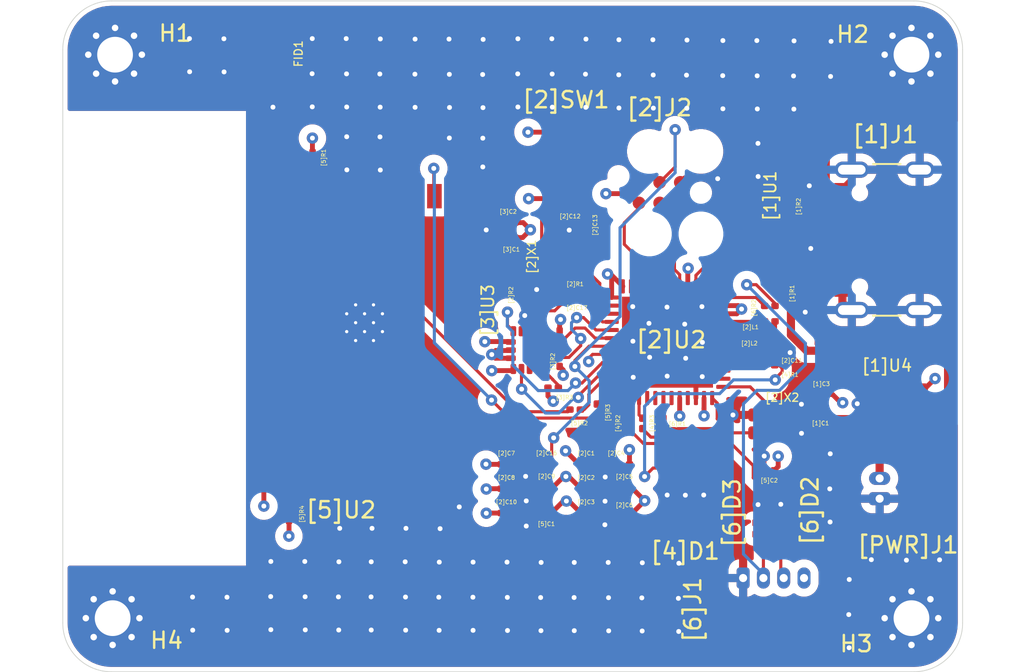
<source format=kicad_pcb>
(kicad_pcb (version 20241229) (generator "pcbnew") (generator_version "9.0")
  (layers (0 "F.Cu" signal) (4 "In1.Cu" power "GND") (6 "In2.Cu" power "PWR") (2 "B.Cu" signal) (13 "F.Paste" user) (15 "B.Paste" user) (5 "F.SilkS" user "F.Silkscreen") (7 "B.SilkS" user "B.Silkscreen") (1 "F.Mask" user) (3 "B.Mask" user) (25 "Edge.Cuts" user))
  (net 0 "")
  (net 1 "GND")
  (net 2 "+5V")
  (net 3 "+3.3V")
  (net 4 "Net-([1]J1-CC1)")
  (net 5 "Net-([1]J1-CC2)")
  (net 6 "USB_D-")
  (net 7 "USB_D+")
  (net 9 "Net-([2]U2-VFBSMPS)")
  (net 10 "Net-([2]U2-PC15)")
  (net 11 "Net-([2]U2-PC14)")
  (net 12 "/Sub 2 - MCU Core/SWD_NRST")
  (net 13 "Net-([2]U2-PH3)")
  (net 14 "Net-([2]J2-SWDIO)")
  (net 15 "Net-([2]J2-SWCLK)")
  (net 16 "Net-([2]J2-SWO)")
  (net 17 "Net-([2]U2-VLXSMPS)")
  (net 18 "Net-([2]L1-Pad1)")
  (net 19 "Net-([2]R2-Pad2)")
  (net 21 "H_TXD")
  (net 24 "LSM_INT2")
  (net 26 "LED_G")
  (net 27 "ESP_U0TXD")
  (net 29 "LED_R")
  (net 32 "LSM_INT1")
  (net 36 "LED_B")
  (net 38 "LSM_SCL")
  (net 40 "LSM_SDA")
  (net 43 "/Sub 2 - MCU Core/HSE_OUT")
  (net 44 "H_RXD")
  (net 45 "/Sub 2 - MCU Core/HSE_IN")
  (net 46 "ESP_U0RXD")
  (net 47 "Net-([3]U3-CS)")
  (net 52 "Net-([4]D1-GA)")
  (net 53 "Net-([4]D1-RA)")
  (net 54 "Net-([4]D1-BA)")
  (net 55 "Net-([5]U2-IO2)")
  (net 56 "Net-([5]U2-IO21{slash}TXD)")
  (net 57 "Net-([5]U2-IO20{slash}RXD)")
  (net 58 "Net-([5]U2-EN)")
  (net 71 "Net-([6]D2-A)")
  (net 72 "Net-([6]D3-A)")
  (net 75 "Net-([1]J1-D+-PadA6)")
  (net 76 "Net-([1]J1-D--PadA7)")
  (footprint "Capacitor_SMD:C_0201_0603Metric" (layer "F.Cu") (at 138.94 99.71 180)
    (property "Reference" "[5]C1" (hide yes))
    (property "Value" "10u" (hide yes))
  )
  (footprint "Connector_USB:USB_C_Receptacle_GCT_USB4105-xx-A_16P_TopMnt_Horizontal" (layer "F.Cu") (at 160.85 82.9 90)
    (property "Reference" "[1]J1" (hide yes))
    (property "Value" "USB_C_Receptacle_USB2.0_16P")
  )
  (footprint "Capacitor_SMD:C_0201_0603Metric" (layer "F.Cu") (at 141.35 82.02 90)
    (property "Reference" "[2]C13" (hide yes))
    (property "Value" "10p" (hide yes))
  )
  (footprint "Package_LGA:LGA-14_3x2.5mm_P0.5mm_LayoutBorder3x4y" (layer "F.Cu") (at 137.66 89.6875 -90)
    (property "Reference" "[3]U3" (hide yes))
    (property "Value" "LSM6DS3" (hide yes))
  )
  (footprint "Inductor_SMD:L_0201_0603Metric" (layer "F.Cu") (at 152.7 88.92)
    (property "Reference" "[2]L2" (hide yes))
    (property "Value" "10u" (hide yes))
  )
  (footprint "Resistor_SMD:R_0201_0603Metric" (layer "F.Cu") (at 144 94.2 90)
    (property "Reference" "[4]R2" (hide yes))
    (property "Value" "1k" (hide yes))
  )
  (footprint "Resistor_SMD:R_0201_0603Metric" (layer "F.Cu") (at 137.445 86.33 90)
    (property "Reference" "[2]R2" (hide yes))
    (property "Value" "5.1k" (hide yes))
  )
  (footprint "Capacitor_SMD:C_0201_0603Metric" (layer "F.Cu") (at 143.74 98.23 180)
    (property "Reference" "[2]C5" (hide yes))
    (property "Value" "100n" (hide yes))
  )
  (footprint "Connector_Molex:Molex_PicoBlade_53048-0410_1x04_P1.25mm_Horizontal" (layer "F.Cu") (at 151.055 103.72)
    (property "Reference" "[6]J1" (hide yes))
    (property "Value" "Conn_01x04" (hide yes))
  )
  (footprint "Package_TO_SOT_SMD:TSOT-23-5" (layer "F.Cu") (at 160.63 92.9875)
    (property "Reference" "[1]U4" (hide yes))
    (property "Value" "MIC5365-3.3YD5" (hide yes))
  )
  (footprint "Resistor_SMD:R_0201_0603Metric" (layer "F.Cu") (at 142.05 93.33 90)
    (property "Reference" "[5]R3" (hide yes))
    (property "Value" "47" (hide yes))
  )
  (footprint "Resistor_SMD:R_0201_0603Metric" (layer "F.Cu") (at 139.76 90.37 90)
    (property "Reference" "[3]R2" (hide yes))
    (property "Value" "4.7k" (hide yes))
  )
  (footprint "RF_Module:ESP32-C3-WROOM-02" (layer "F.Cu") (at 127.55 88.96 90)
    (property "Reference" "[5]U2" (hide yes))
    (property "Value" "ESP32-C3-WROOM-02" (hide yes))
  )
  (footprint "Capacitor_SMD:C_0201_0603Metric" (layer "F.Cu") (at 138.95 98.21 180)
    (property "Reference" "[2]C9" (hide yes))
    (property "Value" "100n" (hide yes))
  )
  (footprint "Capacitor_SMD:C_0201_0603Metric" (layer "F.Cu") (at 141.39 98.22)
    (property "Reference" "[2]C2" (hide yes))
    (property "Value" "100n" (hide yes))
  )
  (footprint "Button_Switch_SMD:SW_Push_1P1T_NO_CK_KMR2" (layer "F.Cu") (at 140.25 78.3 90)
    (property "Reference" "[2]SW1" (hide yes))
    (property "Value" "SW_Push" (hide yes))
  )
  (footprint "Resistor_SMD:R_0201_0603Metric" (layer "F.Cu") (at 139.76 88.815 -90)
    (property "Reference" "[3]R1" (hide yes))
    (property "Value" "4.7k" (hide yes))
  )
  (footprint "Capacitor_SMD:C_0201_0603Metric" (layer "F.Cu") (at 141.39 99.72)
    (property "Reference" "[2]C3" (hide yes))
    (property "Value" "100n" (hide yes))
  )
  (footprint "Capacitor_SMD:C_0201_0603Metric" (layer "F.Cu") (at 152.685 89.77)
    (property "Reference" "[2]C11" (hide yes))
    (property "Value" "4.7u" (hide yes))
  )
  (footprint "Resistor_SMD:R_0201_0603Metric" (layer "F.Cu") (at 139.48 85.97 180)
    (property "Reference" "[2]R1" (hide yes))
    (property "Value" "100" (hide yes))
  )
  (footprint "MountingHole:MountingHole_2.2mm_M2_Pad_Via" (layer "F.Cu") (at 112.24 106.19)
    (property "Reference" "H4")
    (property "Value" "MountingHole_Pad")
  )
  (footprint "Package_TO_SOT_SMD:SOT-23-6" (layer "F.Cu") (at 152.74 83.48 180)
    (property "Reference" "[1]U1" (hide yes))
    (property "Value" "USBLC6-2SC6" (hide yes))
  )
  (footprint "Capacitor_SMD:C_0201_0603Metric" (layer "F.Cu") (at 141.39 96.72)
    (property "Reference" "[2]C1" (hide yes))
    (property "Value" "4.7u" (hide yes))
  )
  (footprint "Capacitor_SMD:C_0201_0603Metric" (layer "F.Cu") (at 152.66 97.09 180)
    (property "Reference" "[5]C2" (hide yes))
    (property "Value" "0.1u" (hide yes))
  )
  (footprint "Diode_SMD:D_SOD-882" (layer "F.Cu") (at 153.375 100.67 -90)
    (property "Reference" "[6]D2" (hide yes))
    (property "Value" "PESD5V0L1UL" (hide yes))
  )
  (footprint "Capacitor_SMD:C_0201_0603Metric" (layer "F.Cu") (at 143.74 96.73 180)
    (property "Reference" "[2]C4" (hide yes))
    (property "Value" "100n" (hide yes))
  )
  (footprint "Package_DFN_QFN:QFN-48-1EP_7x7mm_P0.5mm_EP5.6x5.6mm" (layer "F.Cu") (at 146.4 89.2)
    (property "Reference" "[2]U2" (hide yes))
    (property "Value" "STM32WB55CEUx" (hide yes))
  )
  (footprint "Capacitor_SMD:C_0201_0603Metric" (layer "F.Cu") (at 155.81 93.58)
    (property "Reference" "[1]C1" (hide yes))
    (property "Value" "10u" (hide yes))
  )
  (footprint "Resistor_SMD:R_0201_0603Metric" (layer "F.Cu") (at 152.7 86.97 180)
    (property "Reference" "[6]R2" (hide yes))
    (property "Value" "220" (hide yes))
  )
  (footprint "MountingHole:MountingHole_2.2mm_M2_Pad_Via" (layer "F.Cu") (at 161.42 71.5)
    (property "Reference" "H2")
    (property "Value" "MountingHole_Pad")
  )
  (footprint "Crystal:Crystal_SMD_2016-4Pin_2.0x1.6mm" (layer "F.Cu") (at 152.52 94.23)
    (property "Reference" "[2]X2" (hide yes))
    (property "Value" "32MHz" (hide yes))
  )
  (footprint "Capacitor_SMD:C_0201_0603Metric" (layer "F.Cu") (at 136.48 99.72)
    (property "Reference" "[2]C10" (hide yes))
    (property "Value" "100n" (hide yes))
  )
  (footprint "Capacitor_SMD:C_0201_0603Metric" (layer "F.Cu") (at 136.69 82.76 180)
    (property "Reference" "[3]C1" (hide yes))
    (property "Value" "1 uF" (hide yes))
  )
  (footprint "MountingHole:MountingHole_2.2mm_M2_Pad_Via" (layer "F.Cu") (at 161.42 106.19)
    (property "Reference" "H3")
    (property "Value" "MountingHole_Pad" (hide yes))
  )
  (footprint "Diode_SMD:D_SOD-882" (layer "F.Cu") (at 151.975 100.67 -90)
    (property "Reference" "[6]D3" (hide yes))
    (property "Value" "PESD5V0L1UL" (hide yes))
  )
  (footprint "MountingHole:MountingHole_2.2mm_M2_Pad_Via" (layer "F.Cu") (at 112.39 71.5)
    (property "Reference" "H1")
    (property "Value" "MountingHole_Pad")
  )
  (footprint "Resistor_SMD:R_0201_0603Metric" (layer "F.Cu") (at 146.15 94.2 90)
    (property "Reference" "[6]R1" (hide yes))
    (property "Value" "220" (hide yes))
  )
  (footprint "Capacitor_SMD:C_0201_0603Metric" (layer "F.Cu") (at 155.84 92.42 180)
    (property "Reference" "[1]C3" (hide yes))
    (property "Value" "10u" (hide yes))
  )
  (footprint "Capacitor_SMD:C_0201_0603Metric" (layer "F.Cu") (at 136.48 98.22)
    (property "Reference" "[2]C8" (hide yes))
    (property "Value" "4.7u" (hide yes))
  )
  (footprint "Capacitor_SMD:C_0201_0603Metric" (layer "F.Cu") (at 139.41 82.03 90)
    (property "Reference" "[2]C12" (hide yes))
    (property "Value" "10p" (hide yes))
  )
  (footprint "Capacitor_SMD:C_0201_0603Metric" (layer "F.Cu") (at 139.48 86.77 180)
    (property "Reference" "[2]C17" (hide yes))
    (property "Value" "100n" (hide yes))
  )
  (footprint "Connector_Molex:Molex_PicoBlade_53048-0210_1x02_P1.25mm_Horizontal" (layer "F.Cu") (at 159.46 98.835 90)
    (property "Reference" "[PWR]J1" (hide yes))
    (property "Value" "Molex_PicoBlade_53048-0210_1x02_P1.25mm_Horizontal" (hide yes))
  )
  (footprint "Capacitor_SMD:C_0201_0603Metric" (layer "F.Cu") (at 136.695 81.84 180)
    (property "Reference" "[3]C2" (hide yes))
    (property "Value" "0.1 uF" (hide yes))
  )
  (footprint "Resistor_SMD:R_0201_0603Metric" (layer "F.Cu") (at 123.1 99.87 90)
    (property "Reference" "[5]R4" (hide yes))
    (property "Value" "10k" (hide yes))
  )
  (footprint "Resistor_SMD:R_0201_0603Metric" (layer "F.Cu") (at 152.68 90.62 180)
    (property "Reference" "[4]R1" (hide yes))
    (property "Value" "1k" (hide yes))
  )
  (footprint "Resistor_SMD:R_0201_0603Metric" (layer "F.Cu") (at 124.55 77.84 -90)
    (property "Reference" "[5]R1" (hide yes))
    (property "Value" "10k" (hide yes))
  )
  (footprint "Capacitor_SMD:C_0201_0603Metric" (layer "F.Cu") (at 136.48 96.72)
    (property "Reference" "[2]C7" (hide yes))
    (property "Value" "100n" (hide yes))
  )
  (footprint "Fiducial:Fiducial_1mm_Mask2mm" (layer "F.Cu") (at 121.9 71.45)
    (property "Reference" "FID1" (hide yes))
    (property "Value" "Fiducial")
  )
  (footprint "LED_SMD:LED_RGB_PLCC-6" (layer "F.Cu") (at 147.5 98.5 90)
    (property "Reference" "[4]D1")
    (property "Value" "LED_RGB" (hide yes))
  )
  (footprint "Capacitor_SMD:C_0201_0603Metric" (layer "F.Cu") (at 143.74 99.73 180)
    (property "Reference" "[2]C6" (hide yes))
    (property "Value" "100n" (hide yes))
  )
  (footprint "Crystal:Crystal_SMD_2012-2Pin_2.0x1.2mm" (layer "F.Cu") (at 140.55 84.05 180)
    (property "Reference" "[2]X1" (hide yes))
    (property "Value" "32kHz768" (hide yes))
  )
  (footprint "Resistor_SMD:R_0201_0603Metric" (layer "F.Cu") (at 154.87 86.205 -90)
    (property "Reference" "[1]R1" (hide yes))
    (property "Value" "5.1k" (hide yes))
  )
  (footprint "Capacitor_SMD:C_0201_0603Metric" (layer "F.Cu") (at 138.95 96.71)
    (property "Reference" "[2]C16" (hide yes))
    (property "Value" "100n" (hide yes))
  )
  (footprint "Resistor_SMD:R_0201_0603Metric" (layer "F.Cu") (at 144.85 94.2 90)
    (property "Reference" "[4]R3" (hide yes))
    (property "Value" "330" (hide yes))
  )
  (footprint "Inductor_SMD:L_0201_0603Metric" (layer "F.Cu") (at 152.7 87.92 180)
    (property "Reference" "[2]L1" (hide yes))
    (property "Value" "10n" (hide yes))
  )
  (footprint "Resistor_SMD:R_0201_0603Metric" (layer "F.Cu") (at 155.15 80.85 90)
    (property "Reference" "[1]R2" (hide yes))
    (property "Value" "5.1k" (hide yes))
  )
  (footprint "Connector:Tag-Connect_TC2030-IDC-FP_2x03_P1.27mm_Vertical" (layer "F.Cu") (at 145.92 79.995 180)
    (property "Reference" "[2]J2" (hide yes))
    (property "Value" "Conn_ARM_SWD_TagConnect_TC2030" (hide yes))
  )
  (footprint "Resistor_SMD:R_0201_0603Metric" (layer "F.Cu") (at 139.36 92 180)
    (property "Reference" "[3]R3" (hide yes))
    (property "Value" "10k" (hide yes))
  )
  (footprint "Resistor_SMD:R_0201_0603Metric" (layer "F.Cu") (at 140.715 93.35 180)
    (property "Reference" "[5]R2" (hide yes))
    (property "Value" "47" (hide yes))
  )
  (gr_line (start 112.17 68.19) (end 161.57 68.19) (stroke (width 0.05)) (layer "Edge.Cuts"))
  (gr_arc (start 112.17 109.49) (mid 110.04868 108.61132) (end 109.17 106.49) (stroke (width 0.05)) (layer "Edge.Cuts"))
  (gr_line (start 161.57 109.49) (end 112.17 109.49) (stroke (width 0.05)) (layer "Edge.Cuts"))
  (gr_line (start 109.17 106.49) (end 109.17 71.19) (stroke (width 0.05)) (layer "Edge.Cuts"))
  (gr_arc (start 161.57 68.19) (mid 163.69132 69.06868) (end 164.57 71.19) (stroke (width 0.05)) (layer "Edge.Cuts"))
  (gr_arc (start 164.57 106.49) (mid 163.69132 108.61132) (end 161.57 109.49) (stroke (width 0.05)) (layer "Edge.Cuts"))
  (gr_arc (start 109.17 71.19) (mid 110.04868 69.06868) (end 112.17 68.19) (stroke (width 0.05)) (layer "Edge.Cuts"))
  (gr_line (start 164.57 71.19) (end 164.57 106.49) (stroke (width 0.05)) (layer "Edge.Cuts"))
  (segment (start 138.515 99.71) (end 137.705 100.52) (width 0.3) (layer "F.Cu") (net 1))
  (segment (start 141.785 98.22) (end 142.555 98.99) (width 0.3) (layer "F.Cu") (net 1))
  (segment (start 136.955 98.22) (end 137.705 98.97) (width 0.3) (layer "F.Cu") (net 1))
  (segment (start 154.65 94.81) (end 153.25 94.81) (width 0.3) (layer "F.Cu") (net 1))
  (segment (start 143.42 96.73) (end 143.335 96.73) (width 0.3) (layer "F.Cu") (net 1))
  (segment (start 147.4613 79.0887) (end 149.4437 79.0887) (width 0.3) (layer "F.Cu") (net 1))
  (segment (start 136.7475 90.1875) (end 135.8075 90.1875) (width 0.3) (layer "F.Cu") (net 1))
  (segment (start 146.38 98.61) (end 146.38 100.03) (width 0.3) (layer "F.Cu") (net 1))
  (segment (start 136.37 82.76) (end 136.37 82.735) (width 0.3) (layer "F.Cu") (net 1))
  (segment (start 154.92 93.02) (end 155.52 92.42) (width 0.3) (layer "F.Cu") (net 1))
  (segment (start 147.5 98.62) (end 147.5 100.05) (width 0.3) (layer "F.Cu") (net 1))
  (segment (start 149.8375 88.45) (end 149.31 88.45) (width 0.3) (layer "F.Cu") (net 1))
  (segment (start 154.895 86.55) (end 154.87 86.525) (width 0.3) (layer "F.Cu") (net 1))
  (segment (start 141.825 99.72) (end 142.545 100.44) (width 0.3) (layer "F.Cu") (net 1))
  (segment (start 155.13 79.57) (end 155.13 80.51) (width 0.3) (layer "F.Cu") (net 1))
  (segment (start 136.925 96.72) (end 137.665 97.46) (width 0.3) (layer "F.Cu") (net 1))
  (segment (start 136.8 96.72) (end 136.925 96.72) (width 0.3) (layer "F.Cu") (net 1))
  (segment (start 154.88 87.35) (end 154.895 87.335) (width 0.3) (layer "F.Cu") (net 1))
  (segment (start 135.58 89.96) (end 135.8265 89.7135) (width 0.3) (layer "F.Cu") (net 1))
  (segment (start 136.8 98.22) (end 136.955 98.22) (width 0.3) (layer "F.Cu") (net 1))
  (segment (start 157.17 86.1) (end 157.17 86.645) (width 0.3) (layer "F.Cu") (net 1))
  (segment (start 155.22 83.43) (end 153.9275 83.43) (width 0.3) (layer "F.Cu") (net 1))
  (segment (start 147.19 79.36) (end 147.4613 79.0887) (width 0.3) (layer "F.Cu") (net 1))
  (segment (start 139.15 85.96) (end 139.16 85.97) (width 0.3) (layer "F.Cu") (net 1))
  (segment (start 148.63 98.61) (end 148.63 100.02) (width 0.3) (layer "F.Cu") (net 1))
  (segment (start 150.43 93.68) (end 151.82 93.68) (width 0.3) (layer "F.Cu") (net 1))
  (segment (start 159.4925 92.9875) (end 158.0825 92.9875) (width 0.3) (layer "F.Cu") (net 1))
  (segment (start 153.9275 83.43) (end 153.8775 83.48) (width 0.3) (layer "F.Cu") (net 1))
  (segment (start 153.005 89.77) (end 153.88 89.77) (width 0.3) (layer "F.Cu") (net 1))
  (segment (start 155.13 80.51) (end 155.15 80.53) (width 0.3) (layer "F.Cu") (net 1))
  (segment (start 138.63 98.21) (end 138.465 98.21) (width 0.3) (layer "F.Cu") (net 1))
  (segment (start 143.335 96.73) (end 142.565 97.5) (width 0.3) (layer "F.Cu") (net 1))
  (segment (start 137.880058 87.56) (end 138.436 88.115942) (width 0.3) (layer "F.Cu") (net 1))
  (segment (start 135.8075 90.1875) (end 135.58 89.96) (width 0.3) (layer "F.Cu") (net 1))
  (segment (start 139.41 81.71) (end 139.76 81.71) (width 0.3) (layer "F.Cu") (net 1))
  (segment (start 152.34 97.09) (end 152.34 96.225) (width 0.3) (layer "F.Cu") (net 1))
  (segment (start 139.16 86.77) (end 139.16 85.97) (width 0.3) (layer "F.Cu") (net 1))
  (segment (start 138.62 99.71) (end 138.515 99.71) (width 0.3) (layer "F.Cu") (net 1))
  (segment (start 153.375 99.18) (end 153.375 100.32) (width 0.3) (layer "F.Cu") (net 1))
  (segment (start 138.63 96.71) (end 138.415 96.71) (width 0.3) (layer "F.Cu") (net 1))
  (segment (start 136.905 99.72) (end 137.705 100.52) (width 0.3) (layer "F.Cu") (net 1))
  (segment (start 157.17 86.645) (end 157.745 87.22) (width 0.3) (layer "F.Cu") (net 1))
  (segment (start 135.24 82.29) (end 135.925 82.29) (width 0.3) (layer "F.Cu") (net 1))
  (segment (start 133.55 99.31) (end 133.58 99.34) (width 0.3) (layer "F.Cu") (net 1))
  (segment (start 151.975 99.2) (end 151.975 100.32) (width 0.3) (layer "F.Cu") (net 1))
  (segment (start 154.93 93.02) (end 155.49 93.58) (width 0.3) (layer "F.Cu") (net 1))
  (segment (start 148.15 92.6375) (end 148.15 91.71) (width 0.3) (layer "F.Cu") (net 1))
  (segment (start 143.315 98.23) (end 142.555 98.99) (width 0.3) (layer "F.Cu") (net 1))
  (segment (start 137.61 87.56) (end 137.880058 87.56) (width 0.3) (layer "F.Cu") (net 1))
  (segment (start 157.745 78.58) (end 157.745 79.125) (width 0.3) (layer "F.Cu") (net 1))
  (segment (start 157.745 79.125) (end 157.17 79.7) (width 0.3) (layer "F.Cu") (net 1))
  (segment (start 143.42 99.73) (end 143.255 99.73) (width 0.3) (layer "F.Cu") (net 1))
  (segment (start 152.34 96.225) (end 152.355 96.21) (width 0.3) (layer "F.Cu") (net 1))
  (segment (start 138.415 96.71) (end 137.665 97.46) (width 0.3) (layer "F.Cu") (net 1))
  (segment (start 154.645 93.02) (end 154.93 93.02) (width 0.3) (layer "F.Cu") (net 1))
  (segment (start 136.8 99.72) (end 136.905 99.72) (width 0.3) (layer "F.Cu") (net 1))
  (segment (start 146.38 100.03) (end 146.4 100.05) (width 0.3) (layer "F.Cu") (net 1))
  (segment (start 148.63 100.02) (end 148.6 100.05) (width 0.3) (layer "F.Cu") (net 1))
  (segment (start 135.925 82.29) (end 136.375 81.84) (width 0.3) (layer "F.Cu") (net 1))
  (segment (start 148.15 91.71) (end 148.54 91.32) (width 0.3) (layer "F.Cu") (net 1))
  (segment (start 138.345 85.96) (end 139.15 85.96) (width 0.3) (layer "F.Cu") (net 1))
  (segment (start 141.35 81.7) (end 140.95 81.7) (width 0.3) (layer "F.Cu") (net 1))
  (segment (start 143.42 98.23) (end 143.315 98.23) (width 0.3) (layer "F.Cu") (net 1))
  (segment (start 141.71 98.22) (end 141.785 98.22) (width 0.3) (layer "F.Cu") (net 1))
  (segment (start 149.31 88.45) (end 148.55 89.21) (width 0.3) (layer "F.Cu") (net 1))
  (segment (start 154.645 93.02) (end 154.92 93.02) (width 0.3) (layer "F.Cu") (net 1))
  (segment (start 149.4437 79.0887) (end 149.49 79.135) (width 0.3) (layer "F.Cu") (net 1))
  (segment (start 141.71 99.72) (end 141.825 99.72) (width 0.3) (layer "F.Cu") (net 1))
  (segment (start 133.55 97.71) (end 133.55 99.31) (width 0.3) (layer "F.Cu") (net 1))
  (segment (start 139.76 81.71) (end 140.35 82.3) (width 0.3) (layer "F.Cu") (net 1))
  (segment (start 141.785 96.72) (end 142.565 97.5) (width 0.3) (layer "F.Cu") (net 1))
  (segment (start 141.71 96.72) (end 141.785 96.72) (width 0.3) (layer "F.Cu") (net 1))
  (segment (start 143.255 99.73) (end 142.545 100.44) (width 0.3) (layer "F.Cu") (net 1))
  (segment (start 153.88 89.77) (end 153.95 89.84) (width 0.3) (layer "F.Cu") (net 1))
  (segment (start 154.895 87.335) (end 154.895 86.55) (width 0.3) (layer "F.Cu") (net 1))
  (segment (start 153.25 94.81) (end 153.22 94.78) (width 0.3) (layer "F.Cu") (net 1))
  (segment (start 140.95 81.7) (end 140.35 82.3) (width 0.3) (layer "F.Cu") (net 1))
  (segment (start 136.37 82.735) (end 135.925 82.29) (width 0.3) (layer "F.Cu") (net 1))
  (segment (start 138.436 88.115942) (end 138.436 88.499) (width 0.3) (layer "F.Cu") (net 1))
  (segment (start 135.8265 89.7135) (end 136.7475 89.7135) (width 0.3) (layer "F.Cu") (net 1))
  (segment (start 138.465 98.21) (end 137.705 98.97) (width 0.3) (layer "F.Cu") (net 1))
  (via (at 156.42 96.07) (size 0.7) (drill 0.3) (layers "F.Cu" "B.Cu") (net 1))
  (via (at 140.66 102.76) (size 0.7) (drill 0.3) (layers "F.Cu" "B.Cu") (net 1))
  (via (at 121.98 106.9) (size 0.7) (drill 0.3) (layers "F.Cu" "B.Cu") (net 1))
  (via (at 147.59 74.8) (size 0.7) (drill 0.3) (layers "F.Cu" "B.Cu") (net 1))
  (via (at 135.05 70.56) (size 0.7) (drill 0.3) (layers "F.Cu" "B.Cu") (net 1))
  (via (at 124.09 104.87) (size 0.7) (drill 0.3) (layers "F.Cu" "B.Cu") (net 1))
  (via (at 119.1 72.56) (size 0.7) (drill 0.3) (layers "F.Cu" "B.Cu") (net 1))
  (via (at 140.35 82.3) (size 0.7) (drill 0.3) (layers "F.Cu" "B.Cu") (net 1))
  (via (at 156.44 72.84) (size 0.7) (drill 0.3) (layers "F.Cu" "B.Cu") (net 1))
  (via (at 130.86 70.54) (size 0.7) (drill 0.3) (layers "F.Cu" "B.Cu") (net 1))
  (via (at 137.705 98.97) (size 0.7) (drill 0.3) (layers "F.Cu" "B.Cu") (net 1))
  (via (at 128.16 102.72) (size 0.7) (drill 0.3) (layers "F.Cu" "B.Cu") (net 1))
  (via (at 128.15 104.88) (size 0.7) (drill 0.3) (layers "F.Cu" "B.Cu") (net 1))
  (via (at 134.43 106.94) (size 0.7) (drill 0.3) (layers "F.Cu" "B.Cu") (net 1))
  (via (at 149.81 74.83) (size 0.7) (drill 0.3) (layers "F.Cu" "B.Cu") (net 1))
  (via (at 130.85 72.7) (size 0.7) (drill 0.3) (layers "F.Cu" "B.Cu") (net 1))
  (via (at 155.13 79.57) (size 0.7) (drill 0.3) (layers "F.Cu" "B.Cu") (net 1))
  (via (at 148.63 98.61) (size 0.7) (drill 0.3) (layers "F.Cu" "B.Cu") (net 1))
  (via (at 128.16 106.92) (size 0.7) (drill 0.3) (layers "F.Cu" "B.Cu") (net 1))
  (via (at 151.98 79) (size 0.7) (drill 0.3) (layers "F.Cu" "B.Cu") (net 1))
  (via (at 154.645 93.02) (size 0.7) (drill 0.3) (layers "F.Cu" "B.Cu") (net 1))
  (via (at 142.77 104.93) (size 0.7) (drill 0.3) (layers "F.Cu" "B.Cu") (net 1))
  (via (at 144.26 87.01) (size 0.7) (drill 0.3) (layers "F.Cu" "B.Cu") (net 1))
  (via (at 126.17 102.72) (size 0.7) (drill 0.3) (layers "F.Cu" "B.Cu") (net 1))
  (via (at 135.04 74.76) (size 0.7) (drill 0.3) (layers "F.Cu" "B.Cu") (net 1))
  (via (at 142.545 100.44) (size 0.7) (drill 0.3) (layers "F.Cu" "B.Cu") (net 1))
  (via (at 143.4 72.74) (size 0.7) (drill 0.3) (layers "F.Cu" "B.Cu") (net 1))
  (via (at 119.28 104.9) (size 0.7) (drill 0.3) (layers "F.Cu" "B.Cu") (net 1))
  (via (at 130.27 104.89) (size 0.7) (drill 0.3) (layers "F.Cu" "B.Cu") (net 1))
  (via (at 126.22 100.66) (size 0.7) (drill 0.3) (layers "F.Cu" "B.Cu") (net 1))
  (via (at 126.14 104.88) (size 0.7) (drill 0.3) (layers "F.Cu" "B.Cu") (net 1))
  (via (at 154.88 87.35) (size 0.7) (drill 0.3) (layers "F.Cu" "B.Cu") (net 1))
  (via (at 136.52 102.74) (size 0.7) (drill 0.3) (layers "F.Cu" "B.Cu") (net 1))
  (via (at 146.38 98.61) (size 0.7) (drill 0.3) (layers "F.Cu" "B.Cu") (net 1))
  (via (at 146.38 91.29) (size 0.7) (drill 0.3) (layers "F.Cu" "B.Cu") (net 1))
  (via (at 126.64 72.68) (size 0.7) (drill 0.3) (layers "F.Cu" "B.Cu") (net 1))
  (via (at 155.22 83.43) (size 0.7) (drill 0.3) (layers "F.Cu" "B.Cu") (net 1))
  (via (at 132.97 72.71) (size 0.7) (drill 0.3) (layers "F.Cu" "B.Cu") (net 1))
  (via (at 133.58 99.34) (size 0.7) (drill 0.3) (layers "F.Cu" "B.Cu") (net 1))
  (via (at 158.0825 92.9875) (size 0.7) (drill 0.3) (layers "F.Cu" "B.Cu") (net 1))
  (via (at 147.09 107.01) (size 0.7) (drill 0.3) (layers "F.Cu" "B.Cu") (net 1))
  (via (at 147.6 70.6) (size 0.7) (drill 0.3) (layers "F.Cu" "B.Cu") (net 1))
  (via (at 150.43 93.68) (size 0.7) (drill 0.3) (layers "F.Cu" "B.Cu") (net 1))
  (via (at 124.07 102.7) (size 0.7) (drill 0.3) (layers "F.Cu" "B.Cu") (net 1))
  (via (at 128.7 76.56) (size 0.7) (drill 0.3) (layers "F.Cu" "B.Cu") (net 1))
  (via (at 137.19 74.72) (size 0.7) (drill 0.3) (layers "F.Cu" "B.Cu") (net 1))
  (via (at 142.78 106.97) (size 0.7) (drill 0.3) (layers "F.Cu" "B.Cu") (net 1))
  (via (at 132.34 106.94) (size 0.7) (drill 0.3) (layers "F.Cu" "B.Cu") (net 1))
  (via (at 130.86 74.74) (size 0.7) (drill 0.3) (layers "F.Cu" "B.Cu") (net 1))
  (via (at 138.62 102.76) (size 0.7) (drill 0.3) (layers "F.Cu" "B.Cu") (net 1))
  (via (at 138.345 85.96) (size 0.7) (drill 0.3) (layers "F.Cu" "B.Cu") (net 1))
  (via (at 153.95 89.84) (size 0.7) (drill 0.3) (layers "F.Cu" "B.Cu") (net 1))
  (via (at 122.11 74.73) (size 0.7) (drill 0.3) (layers "F.Cu" "B.Cu") (net 1))
  (via (at 128.72 78.6) (size 0.7) (drill 0.3) (layers "F.Cu" "B.Cu") (net 1))
  (via (at 134.42 104.9) (size 0.7) (drill 0.3) (layers "F.Cu" "B.Cu") (net 1))
  (via (at 130.25 102.72) (size 0.7) (drill 0.3) (layers "F.Cu" "B.Cu") (net 1))
  (via (at 119.29 106.94) (size 0.7) (drill 0.3) (layers "F.Cu" "B.Cu") (net 1))
  (via (at 139.31 74.73) (size 0.7) (drill 0.3) (layers "F.Cu" "B.Cu") (net 1))
  (via (at 156.47 70.68) (size 0.7) (drill 0.3) (layers "F.Cu" "B.Cu") (net 1))
  (via (at 128.69 72.69) (size 0.7) (drill 0.3) (layers "F.Cu" "B.Cu") (net 1))
  (via (at 145.26 88.04) (size 0.7) (drill 0.3) (layers "F.Cu" "B.Cu") (net 1))
  (via (at 126.62 70.51) (size 0.7) (drill 0.3) (layers "F.Cu" "B.Cu") (net 1))
  (via (at 137.61 87.56) (size 0.7) (drill 0.3) (layers "F.Cu" "B.Cu") (net 1))
  (via (at 147.57 72.76) (size 0.7) (drill 0.3) (layers "F.Cu" "B.Cu") (net 1))
  (via (at 132.35 102.74) (size 0.7) (drill 0.3) (layers "F.Cu" "B.Cu") (net 1))
  (via (at 121.98 102.7) (size 0.7) (drill 0.3) (layers "F.Cu" "B.Cu") (net 1))
  (via (at 148.54 91.32) (size 0.7) (drill 0.3) (layers "F.Cu" "B.Cu") (net 1))
  (via (at 135.58 89.96) (size 0.7) (drill 0.3) (layers "F.Cu" "B.Cu") (net 1))
  (via (at 147.07 104.97) (size 0.7) (drill 0.3) (layers "F.Cu" "B.Cu") (net 1))
  (via (at 137.665 97.46) (size 0.7) (drill 0.3) (layers "F.Cu" "B.Cu") (net 1))
  (via (at 132.98 74.75) (size 0.7) (drill 0.3) (layers "F.Cu" "B.Cu") (net 1))
  (via (at 135.24 82.29) (size 0.7) (drill 0.3) (layers "F.Cu" "B.Cu") (net 1))
  (via (at 116.98 72.55) (size 0.7) (drill 0.3) (layers "F.Cu" "B.Cu") (net 1))
  (via (at 126.66 78.59) (size 0.7) (drill 0.3) (layers "F.Cu" "B.Cu") (net 1))
  (via (at 116.97 70.51) (size 0.7) (drill 0.3) (layers "F.Cu" "B.Cu") (net 1))
  (via (at 142.75 102.76) (size 0.7) (drill 0.3) (layers "F.Cu" "B.Cu") (net 1))
  (via (at 149.8 72.79) (size 0.7) (drill 0.3) (layers "F.Cu" "B.Cu") (net 1))
  (via (at 134.43 102.74) (size 0.7) (drill 0.3) (layers "F.Cu" "B.Cu") (net 1))
  (via (at 132.95 70.54) (size 0.7) (drill 0.3) (layers "F.Cu" "B.Cu") (net 1))
  (via (at 157.58 108.01) (size 0.7) (drill 0.3) (layers "F.Cu" "B.Cu") (net 1))
  (via (at 154.18 74.85) (size 0.7) (drill 0.3) (layers "F.Cu" "B.Cu") (net 1))
  (via (at 136.54 104.91) (size 0.7) (drill 0.3) (layers "F.Cu" "B.Cu") (net 1))
  (via (at 135.02 72.72) (size 0.7) (drill 0.3) (layers "F.Cu" "B.Cu") (net 1))
  (via (at 136.55 106.95) (size 0.7) (drill 0.3) (layers "F.Cu" "B.Cu") (net 1))
  (via (at 156.41 100.27) (size 0.7) (drill 0.3) (layers "F.Cu" "B.Cu") (net 1))
  (via (at 132.32 104.9) (size 0.7) (drill 0.3) (layers "F.Cu" "B.Cu") (net 1))
  (via (at 148.55 89.21) (size 0.7) (drill 0.3) (layers "F.Cu" "B.Cu") (net 1))
  (via (at 144.84 106.98) (size 0.7) (drill 0.3) (layers "F.Cu" "B.Cu") (net 1))
  (via (at 124.1 106.91) (size 0.7) (drill 0.3) (layers "F.Cu" "B.Cu") (net 1))
  (via (at 151.92 72.8) (size 0.7) (drill 0.3) (layers "F.Cu" "B.Cu") (net 1))
  (via (at 152.355 96.21) (size 0.7) (drill 0.3) (layers "F.Cu" "B.Cu") (net 1))
  (via (at 117.16 104.89) (size 0.7) (drill 0.3) (layers "F.Cu" "B.Cu") (net 1))
  (via (at 156.39 98.23) (size 0.7) (drill 0.3) (layers "F.Cu" "B.Cu") (net 1))
  (via (at 140.65 104.92) (size 0.7) (drill 0.3) (layers "F.Cu" "B.Cu") (net 1))
  (via (at 147.46 88.09) (size 0.7) (drill 0.3) (layers "F.Cu" "B.Cu") (net 1))
  (via (at 151.9 70.63) (size 0.7) (drill 0.3) (layers "F.Cu" "B.Cu") (net 1))
  (via (at 140.66 106.96) (size 0.7) (drill 0.3) (layers "F.Cu" "B.Cu") (net 1))
  (via (at 138.61 106.96) (size 0.7) (drill 0.3) (layers "F.Cu" "B.Cu") (net 1))
  (via (at 124.52 72.67) (size 0.7) (drill 0.3) (layers "F.Cu" "B.Cu") (net 1))
  (via (at 144.85 102.78) (size 0.7) (drill 0.3) (layers "F.Cu" "B.Cu") (net 1))
  (via (at 135.03 76.64) (size 0.7) (drill 0.3) (layers "F.Cu" "B.Cu") (net 1))
  (via (at 157.59 103.81) (size 0.7) (drill 0.3) (layers "F.Cu" "B.Cu") (net 1))
  (via (at 144.29 91.36) (size 0.7) (drill 0.3) (layers "F.Cu" "B.Cu") (net 1))
  (via (at 141.38 70.54) (size 0.7) (drill 0.3) (layers "F.Cu" "B.Cu") (net 1))
  (via (at 141.35 72.7) (size 0.7) (drill 0.3) (layers "F.Cu" "B.Cu") (net 1))
  (via (at 124.53 74.71) (size 0.7) (drill 0.3) (layers "F.Cu" "B.Cu") (net 1))
  (via (at 145.53 74.79) (size 0.7) (drill 0.3) (layers "F.Cu" "B.Cu") (net 1))
  (via (at 126.65 74.72) (size 0.7) (drill 0.3) (layers "F.Cu" "B.Cu") (net 1))
  (via (at 124.53 70.51) (size 0.7) (drill 0.3) (layers "F.Cu" "B.Cu") (net 1))
  (via (at 135.03 78.41) (size 0.7) (drill 0.3) (layers "F.Cu" "B.Cu") (net 1))
  (via (at 126.16 106.92) (size 0.7) (drill 0.3) (layers "F.Cu" "B.Cu") (net 1))
  (via (at 157.56 105.97) (size 0.7) (drill 0.3) (layers "F.Cu" "B.Cu") (net 1))
  (via (at 130.28 106.93) (size 0.7) (drill 0.3) (layers "F.Cu" "B.Cu") (net 1))
  (via (at 137.705 100.52) (size 0.7) (drill 0.3) (layers "F.Cu" "B.Cu") (net 1))
  (via (at 132.4 100.68) (size 0.7) (drill 0.3) (layers "F.Cu" "B.Cu") (net 1))
  (via (at 161.11 102.62) (size 0.7) (drill 0.3) (layers "F.Cu" "B.Cu") (net 1))
  (via (at 149.81 70.63) (size 0.7) (drill 0.3) (layers "F.Cu" "B.Cu") (net 1))
  (via (at 144.27 89.14) (size 0.7) (drill 0.3) (layers "F.Cu" "B.Cu") (net 1))
  (via (at 142.565 97.5) (size 0.7) (drill 0.3) (layers "F.Cu" "B.Cu") (net 1))
  (via (at 151.975 99.2) (size 0.7) (drill 0.3) (layers "F.Cu" "B.Cu") (net 1))
  (via (at 121.97 104.86) (size 0.7) (drill 0.3) (layers "F.Cu" "B.Cu") (net 1))
  (via (at 128.72 70.53) (size 0.7) (drill 0.3) (layers "F.Cu" "B.Cu") (net 1))
  (via (at 137.18 72.68) (size 0.7) (drill 0.3) (layers "F.Cu" "B.Cu") (net 1))
  (via (at 126.65 76.55) (size 0.7) (drill 0.3) (layers "F.Cu" "B.Cu") (net 1))
  (via (at 142.555 98.99) (size 0.7) (drill 0.3) (layers "F.Cu" "B.Cu") (net 1))
  (via (at 145.52 72.75) (size 0.7) (drill 0.3) (layers "F.Cu" "B.Cu") (net 1))
  (via (at 130.3 100.66) (size 0.7) (drill 0.3) (layers "F.Cu" "B.Cu") (net 1))
  (via (at 141.37 74.74) (size 0.7) (drill 0.3) (layers "F.Cu" "B.Cu") (net 1))
  (via (at 149.49 79.135) (size 0.7) (drill 0.3) (layers "F.Cu" "B.Cu") (net 1))
  (via (at 147.1 102.81) (size 0.7) (drill 0.3) (layers "F.Cu" "B.Cu") (net 1))
  (via (at 143.41 70.58) (size 0.7) (drill 0.3) (layers "F.Cu" "B.Cu") (net 1))
  (via (at 163.15 102.6) (size 0.7) (drill 0.3) (layers "F.Cu" "B.Cu") (net 1))
  (via (at 145.5 70.58) (size 0.7) (drill 0.3) (layers "F.Cu" "B.Cu") (net 1))
  (via (at 154.65 94.81) (size 0.7) (drill 0.3) (layers "F.Cu" "B.Cu") (net 1))
  (via (at 151.97 76.96) (size 0.7) (drill 0.3) (layers "F.Cu" "B.Cu") (net 1))
  (via (at 144.82 104.94) (size 0.7) (drill 0.3) (layers "F.Cu" "B.Cu") (net 1))
  (via (at 151.93 74.84) (size 0.7) (drill 0.3) (layers "F.Cu" "B.Cu") (net 1))
  (via (at 128.21 100.66) (size 0.7) (drill 0.3) (layers "F.Cu" "B.Cu") (net 1))
  (via (at 154.16 72.81) (size 0.7) (drill 0.3) (layers "F.Cu" "B.Cu") (net 1))
  (via (at 132.97 76.63) (size 0.7) (drill 0.3) (layers "F.Cu" "B.Cu") (net 1))
  (via (at 148.52 87.01) (size 0.7) (drill 0.3) (layers "F.Cu" "B.Cu") (net 1))
  (via (at 117.17 106.93) (size 0.7) (drill 0.3) (layers "F.Cu" "B.Cu") (net 1))
  (via (at 143.41 74.78) (size 0.7) (drill 0.3) (layers "F.Cu" "B.Cu") (net 1))
  (via (at 153.375 99.18) (size 0.7) (drill 0.3) (layers "F.Cu" "B.Cu") (net 1))
  (via (at 145.3 90.13) (size 0.7) (drill 0.3) (layers "F.Cu" "B.Cu") (net 1))
  (via (at 137.19 70.52) (size 0.7) (drill 0.3) (layers "F.Cu" "B.Cu") (net 1))
  (via (at 138.59 104.92) (size 0.7) (drill 0.3) (layers "F.Cu" "B.Cu") (net 1))
  (via (at 119.09 70.52) (size 0.7) (drill 0.3) (layers "F.Cu" "B.Cu") (net 1))
  (via (at 146.37 87.04) (size 0.7) (drill 0.3) (layers "F.Cu" "B.Cu") (net 1))
  (via (at 128.71 74.73) (size 0.7) (drill 0.3) (layers "F.Cu" "B.Cu") (net 1))
  (via (at 147.52 90.19) (size 0.7) (drill 0.3) (layers "F.Cu" "B.Cu") (net 1))
  (via (at 154.19 70.65) (size 0.7) (drill 0.3) (layers "F.Cu" "B.Cu") (net 1))
  (via (at 158.95 102.59) (size 0.7) (drill 0.3) (layers "F.Cu" "B.Cu") (net 1))
  (via (at 147.5 98.62) (size 0.7) (drill 0.3) (layers "F.Cu" "B.Cu") (net 1))
  (via (at 139.3 72.69) (size 0.7) (drill 0.3) (layers "F.Cu" "B.Cu") (net 1))
  (via (at 139.28 70.52) (size 0.7) (drill 0.3) (layers "F.Cu" "B.Cu") (net 1))
  (segment (start 160.606 92.488501) (end 160.154999 92.0375) (width 0.5) (layer "F.Cu") (net 2))
  (segment (start 154 86.43) (end 154 88.757214) (width 0.5) (layer "F.Cu") (net 2))
  (segment (start 163.6735 93.5481) (end 162.5331 94.6885) (width 0.5) (layer "F.Cu") (net 2))
  (segment (start 152.2171 83.48) (end 152.764 84.0269) (width 0.5) (layer "F.Cu") (net 2))
  (segment (start 160.154999 93.9375) (end 160.606 93.486499) (width 0.5) (layer "F.Cu") (net 2))
  (segment (start 162.061786 74.739) (end 163.6735 76.350714) (width 0.5) (layer "F.Cu") (net 2))
  (segment (start 152.764 85.194) (end 154 86.43) (width 0.5) (layer "F.Cu") (net 2))
  (segment (start 155.71 89.292786) (end 156.144 89.726786) (width 0.5) (layer "F.Cu") (net 2))
  (segment (start 154 88.757214) (end 154.969572 89.726786) (width 0.5) (layer "F.Cu") (net 2))
  (segment (start 156.5409 85.3) (end 155.71 86.1309) (width 0.5) (layer "F.Cu") (net 2))
  (segment (start 156.144 89.726786) (end 158.454714 92.0375) (width 0.5) (layer "F.Cu") (net 2))
  (segment (start 156.4875 93.9375) (end 159.4925 93.9375) (width 0.5) (layer "F.Cu") (net 2))
  (segment (start 151.6025 83.48) (end 152.2171 83.48) (width 0.5) (layer "F.Cu") (net 2))
  (segment (start 158.454714 92.0375) (end 159.4925 92.0375) (width 0.5) (layer "F.Cu") (net 2))
  (segment (start 154.969572 89.726786) (end 156.144 89.726786) (width 0.5) (layer "F.Cu") (net 2))
  (segment (start 156.5409 80.5) (end 156.144 80.1031) (width 0.5) (layer "F.Cu") (net 2))
  (segment (start 157.17 80.5) (end 156.5409 80.5) (width 0.5) (layer "F.Cu") (net 2))
  (segment (start 163.6735 76.350714) (end 163.6735 93.5481) (width 0.5) (layer "F.Cu") (net 2))
  (segment (start 160.2435 94.6885) (end 159.4925 93.9375) (width 0.5) (layer "F.Cu") (net 2))
  (segment (start 152.764 84.0269) (end 152.764 85.194) (width 0.5) (layer "F.Cu") (net 2))
  (segment (start 159.4925 93.9375) (end 160.154999 93.9375) (width 0.5) (layer "F.Cu") (net 2))
  (segment (start 160.154999 92.0375) (end 159.4925 92.0375) (width 0.5) (layer "F.Cu") (net 2))
  (segment (start 156.13 93.58) (end 156.4875 93.9375) (width 0.5) (layer "F.Cu") (net 2))
  (segment (start 162.5331 94.6885) (end 160.2435 94.6885) (width 0.5) (layer "F.Cu") (net 2))
  (segment (start 155.71 86.1309) (end 155.71 89.292786) (width 0.5) (layer "F.Cu") (net 2))
  (segment (start 157.17 85.3) (end 156.5409 85.3) (width 0.5) (layer "F.Cu") (net 2))
  (segment (start 157.298214 74.739) (end 162.061786 74.739) (width 0.5) (layer "F.Cu") (net 2))
  (segment (start 159.46 97.585) (end 159.46 93.97) (width 0.5) (layer "F.Cu") (net 2))
  (segment (start 159.46 93.97) (end 159.4925 93.9375) (width 0.5) (layer "F.Cu") (net 2))
  (segment (start 160.606 93.486499) (end 160.606 92.488501) (width 0.5) (layer "F.Cu") (net 2))
  (segment (start 156.144 80.1031) (end 156.144 75.893214) (width 0.5) (layer "F.Cu") (net 2))
  (segment (start 156.144 75.893214) (end 157.298214 74.739) (width 0.5) (layer "F.Cu") (net 2))
  (segment (start 142.8875 85) (end 143.65 85.7625) (width 0.3) (layer "F.Cu") (net 3))
  (segment (start 141.546353 90.193647) (end 141.79 89.95) (width 0.19) (layer "F.Cu") (net 3))
  (segment (start 137.01 82.76) (end 137.48 82.76) (width 0.3) (layer "F.Cu") (net 3))
  (segment (start 156.563729 92.42) (end 156.16 92.42) (width 0.3) (layer "F.Cu") (net 3))
  (segment (start 142.9625 85.2525) (end 142.71 85) (width 0.3) (layer "F.Cu") (net 3))
  (segment (start 140.01 97.47) (end 139.27 98.21) (width 0.3) (layer "F.Cu") (net 3))
  (segment (start 140.33 98.98) (end 141.07 99.72) (width 0.3) (layer "F.Cu") (net 3))
  (segment (start 153.215 96.855) (end 153.215 96.22) (width 0.3) (layer "F.Cu") (net 3))
  (segment (start 137.85 80.36) (end 139.44 80.36) (width 0.3) (layer "F.Cu") (net 3))
  (segment (start 139.815126 87.80231) (end 139.76 87.857436) (width 0.3) (layer "F.Cu") (net 3))
  (segment (start 162.2725 92.0375) (end 161.7675 92.0375) (width 0.3) (layer "F.Cu") (net 3))
  (segment (start 139.99 98.98) (end 139.26 99.71) (width 0.3) (layer "F.Cu") (net 3))
  (segment (start 144.06 95.825) (end 144.055 95.82) (width 0.3) (layer "F.Cu") (net 3))
  (segment (start 140.955 96.72) (end 140.125 95.89) (width 0.3) (layer "F.Cu") (net 3))
  (segment (start 147.65 85.7625) (end 147.65 84.67) (width 0.3) (layer "F.Cu") (net 3))
  (segment (start 124.54 77.51) (end 124.55 77.52) (width 0.3) (layer "F.Cu") (net 3))
  (segment (start 135.58 90.95) (end 136.81 90.95) (width 0.3) (layer "F.Cu") (net 3))
  (segment (start 150.67 87.45) (end 150.96 87.16) (width 0.3) (layer "F.Cu") (net 3))
  (segment (start 147.65 84.67) (end 147.67 84.65) (width 0.3) (layer "F.Cu") (net 3))
  (segment (start 144.06 98.23) (end 144.265 98.23) (width 0.3) (layer "F.Cu") (net 3))
  (segment (start 135.154681 89.166837) (end 135.160018 89.1615) (width 0.3) (layer "F.Cu") (net 3))
  (segment (start 140.145 97.47) (end 140.32 97.47) (width 0.3) (layer "F.Cu") (net 3))
  (segment (start 139.979393 91.234425) (end 139.979393 90.909393) (width 0.3) (layer "F.Cu") (net 3))
  (segment (start 157.184743 92.923966) (end 157.067695 92.923966) (width 0.3) (layer "F.Cu") (net 3))
  (segment (start 139.979393 90.909393) (end 139.76 90.69) (width 0.3) (layer "F.Cu") (net 3))
  (segment (start 144.06 96.73) (end 144.06 95.825) (width 0.3) (layer "F.Cu") (net 3))
  (segment (start 140.145 97.47) (end 140.01 97.47) (width 0.3) (layer "F.Cu") (net 3))
  (segment (start 123.1 100.19) (end 123.1 101.13) (width 0.3) (layer "F.Cu") (net 3))
  (segment (start 144.06 99.73) (end 144.225 99.73) (width 0.3) (layer "F.Cu") (net 3))
  (segment (start 142.9625 86.45) (end 142.9625 85.2525) (width 0.3) (layer "F.Cu") (net 3))
  (segment (start 142.61 80.055) (end 143.955 80.055) (width 0.3) (layer "F.Cu") (net 3))
  (segment (start 141.546353 90.391478) (end 141.546353 90.193647) (width 0.19) (layer "F.Cu") (net 3))
  (segment (start 162.8725 91.4375) (end 162.2725 92.0375) (width 0.3) (layer "F.Cu") (net 3))
  (segment (start 139.365 92.835) (end 139.04 92.51) (width 0.3) (layer "F.Cu") (net 3))
  (segment (start 137.52 81.84) (end 137.96 82.28) (width 0.3) (layer "F.Cu") (net 3))
  (segment (start 144.265 98.23) (end 144.995 98.96) (width 0.3) (layer "F.Cu") (net 3))
  (segment (start 137.015 81.84) (end 137.52 81.84) (width 0.3) (layer "F.Cu") (net 3))
  (segment (start 143.955 80.055) (end 144.65 79.36) (width 0.3) (layer "F.Cu") (net 3))
  (segment (start 137.48 82.76) (end 137.96 82.28) (width 0.3) (layer "F.Cu") (net 3))
  (segment (start 152.98 97.09) (end 153.215 96.855) (width 0.3) (layer "F.Cu") (net 3))
  (segment (start 149.8375 86.95) (end 150.75 86.95) (width 0.3) (layer "F.Cu") (net 3))
  (segment (start 135.160018 89.1615) (end 136.611442 89.1615) (width 0.3) (layer "F.Cu") (net 3))
  (segment (start 136.16 99.72) (end 135.255 99.72) (width 0.3) (layer "F.Cu") (net 3))
  (segment (start 140.175 98.98) (end 140.33 98.98) (width 0.3) (layer "F.Cu") (net 3))
  (segment (start 137.81 76.27) (end 139.43 76.27) (width 0.3) (layer "F.Cu") (net 3))
  (segment (start 140.175 98.98) (end 139.99 98.98) (width 0.3) (layer "F.Cu") (net 3))
  (segment (start 135.255 99.72) (end 135.245 99.73) (width 0.3) (layer "F.Cu") (net 3))
  (segment (start 148.649999 93.288637) (end 148.65 93.288636) (width 0.3) (layer "F.Cu") (net 3))
  (segment (start 121.55 99.29) (end 121.55 97.71) (width 0.3) (layer "F.Cu") (net 3))
  (segment (start 144.225 99.73) (end 144.995 98.96) (width 0.3) (layer "F.Cu") (net 3))
  (segment (start 123.1 101.13) (end 123.09 101.14) (width 0.3) (layer "F.Cu") (net 3))
  (segment (start 139.76 87.857436) (end 139.76 88.495) (width 0.3) (layer "F.Cu") (net 3))
  (segment (start 142.71 85) (end 142.8875 85) (width 0.3) (layer "F.Cu") (net 3))
  (segment (start 135.265 98.22) (end 135.245 98.24) (width 0.3) (layer "F.Cu") (net 3))
  (segment (start 136.884 90.876) (end 136.884 90.85) (width 0.3) (layer "F.Cu") (net 3))
  (segment (start 161.7675 92.0375) (end 161.8025 92.0375) (width 0.5) (layer "F.Cu") (net 3))
  (segment (start 148.65 93.288636) (end 148.65 92.6375) (width 0.3) (layer "F.Cu") (net 3))
  (segment (start 141.07 96.72) (end 140.955 96.72) (width 0.3) (layer "F.Cu") (net 3))
  (segment (start 141.79 89.95) (end 142.9625 89.95) (width 0.19) (layer "F.Cu") (net 3))
  (segment (start 139.04 92.51) (end 139.04 92) (width 0.3) (layer "F.Cu") (net 3))
  (segment (start 147.15 93.75) (end 147.15 92.6375) (width 0.3) (layer "F.Cu") (net 3))
  (segment (start 150.75 86.95) (end 150.96 87.16) (width 0.3) (layer "F.Cu") (net 3))
  (segment (start 139.43 76.27) (end 139.45 76.25) (width 0.3) (layer "F.Cu") (net 3))
  (segment (start 136.16 96.72) (end 135.235 96.72) (width 0.3) (layer "F.Cu") (net 3))
  (segment (start 135.235 96.72) (end 135.225 96.71) (width 0.3) (layer "F.Cu") (net 3))
  (segment (start 139.44 80.36) (end 139.45 80.35) (width 0.3) (layer "F.Cu") (net 3))
  (segment (start 136.16 98.22) (end 135.265 98.22) (width 0.3) (layer "F.Cu") (net 3))
  (segment (start 148.649999 93.729999) (end 148.649999 93.288637) (width 0.3) (layer "F.Cu") (net 3))
  (segment (start 136.81 90.95) (end 136.884 90.876) (width 0.3) (layer "F.Cu") (net 3))
  (segment (start 149.8375 87.45) (end 150.67 87.45) (width 0.3) (layer "F.Cu") (net 3))
  (segment (start 140.32 97.47) (end 141.07 98.22) (width 0.3) (layer "F.Cu") (net 3))
  (segment (start 157.067695 92.923966) (end 156.563729 92.42) (width 0.3) (layer "F.Cu") (net 3))
  (segment (start 124.54 76.635) (end 124.54 77.51) (width 0.3) (layer "F.Cu") (net 3))
  (via (at 135.58 90.95) (size 0.7) (drill 0.3) (layers "F.Cu" "B.Cu") (net 3))
  (via (at 147.15 93.75) (size 0.7) (drill 0.3) (layers "F.Cu" "B.Cu") (net 3))
  (via (at 157.184743 92.923966) (size 0.7) (drill 0.3) (layers "F.Cu" "B.Cu") (net 3))
  (via (at 141.546353 90.391478) (size 0.7) (drill 0.3) (layers "F.Cu" "B.Cu") (net 3))
  (via (at 123.09 101.14) (size 0.7) (drill 0.3) (layers "F.Cu" "B.Cu") (net 3))
  (via (at 148.649999 93.729999) (size 0.7) (drill 0.3) (layers "F.Cu" "B.Cu") (net 3))
  (via (at 137.85 80.36) (size 0.7) (drill 0.3) (layers "F.Cu" "B.Cu") (net 3))
  (via (at 137.81 76.27) (size 0.7) (drill 0.3) (layers "F.Cu" "B.Cu") (net 3))
  (via (at 142.71 85) (size 0.7) (drill 0.3) (layers "F.Cu" "B.Cu") (net 3))
  (via (at 124.54 76.635) (size 0.7) (drill 0.3) (layers "F.Cu" "B.Cu") (net 3))
  (via (at 139.815126 87.80231) (size 0.7) (drill 0.3) (layers "F.Cu" "B.Cu") (net 3))
  (via (at 162.8725 91.4375) (size 0.7) (drill 0.3) (layers "F.Cu" "B.Cu") (net 3))
  (via (at 135.245 99.73) (size 0.7) (drill 0.3) (layers "F.Cu" "B.Cu") (net 3))
  (via (at 135.245 98.24) (size 0.7) (drill 0.3) (layers "F.Cu" "B.Cu") (net 3))
  (via (at 144.995 98.96) (size 0.7) (drill 0.3) (layers "F.Cu" "B.Cu") (net 3))
  (via (at 121.55 99.29) (size 0.7) (drill 0.3) (layers "F.Cu" "B.Cu") (net 3))
  (via (at 137.96 82.28) (size 0.7) (drill 0.3) (layers "F.Cu" "B.Cu") (net 3))
  (via (at 142.61 80.055) (size 0.7) (drill 0.3) (layers "F.Cu" "B.Cu") (net 3))
  (via (at 139.365 92.835) (size 0.7) (drill 0.3) (layers "F.Cu" "B.Cu") (net 3))
  (via (at 147.67 84.65) (size 0.7) (drill 0.3) (layers "F.Cu" "B.Cu") (net 3))
  (via (at 150.96 87.16) (size 0.7) (drill 0.3) (layers "F.Cu" "B.Cu") (net 3))
  (via (at 153.215 96.22) (size 0.7) (drill 0.3) (layers "F.Cu" "B.Cu") (net 3))
  (via (at 140.145 97.47) (size 0.7) (drill 0.3) (layers "F.Cu" "B.Cu") (net 3))
  (via (at 139.979393 91.234425) (size 0.7) (drill 0.3) (layers "F.Cu" "B.Cu") (net 3))
  (via (at 144.055 95.82) (size 0.7) (drill 0.3) (layers "F.Cu" "B.Cu") (net 3))
  (via (at 135.225 96.71) (size 0.7) (drill 0.3) (layers "F.Cu" "B.Cu") (net 3))
  (via (at 140.125 95.89) (size 0.7) (drill 0.3) (layers "F.Cu" "B.Cu") (net 3))
  (via (at 135.154681 89.166837) (size 0.7) (drill 0.3) (layers "F.Cu" "B.Cu") (net 3))
  (via (at 140.175 98.98) (size 0.7) (drill 0.3) (layers "F.Cu" "B.Cu") (net 3))
  (segment (start 155.9971 84.15) (end 154.87 85.2771) (width 0.2) (layer "F.Cu") (net 4))
  (segment (start 154.87 85.2771) (end 154.87 85.885) (width 0.2) (layer "F.Cu") (net 4))
  (segment (start 157.17 84.15) (end 155.9971 84.15) (width 0.2) (layer "F.Cu") (net 4))
  (segment (start 157.15 81.17) (end 157.17 81.15) (width 0.2) (layer "F.Cu") (net 5))
  (segment (start 155.15 81.17) (end 157.15 81.17) (width 0.2) (layer "F.Cu") (net 5))
  (segment (start 149.15 85.7625) (end 149.15 85.21071) (width 0.2) (layer "F.Cu") (net 6))
  (segment (start 149.15 85.21071) (end 150.450355 83.910355) (width 0.2) (layer "F.Cu") (net 6))
  (segment (start 150.97 84.43) (end 151.6025 84.43) (width 0.2) (layer "F.Cu") (net 6))
  (segment (start 149.15 85.7625) (end 149.125001 85.737501) (width 0.2) (layer "F.Cu") (net 6))
  (segment (start 150.450355 83.910355) (end 150.97 84.43) (width 0.2) (layer "F.Cu") (net 6))
  (segment (start 150.39945 83.070551) (end 150.940001 82.53) (width 0.2) (layer "F.Cu") (net 7))
  (segment (start 150.39945 83.39416) (end 150.39945 83.070551) (width 0.2) (layer "F.Cu") (net 7))
  (segment (start 148.65 85.7625) (end 148.65 85.14361) (width 0.2) (layer "F.Cu") (net 7))
  (segment (start 148.65 85.14361) (end 150.39945 83.39416) (width 0.2) (layer "F.Cu") (net 7))
  (segment (start 150.940001 82.53) (end 151.6025 82.53) (width 0.2) (layer "F.Cu") (net 7))
  (segment (start 148.65 85.7625) (end 148.674999 85.737501) (width 0.2) (layer "F.Cu") (net 7))
  (segment (start 152.365 89.77) (end 152.365 89.18) (width 0.25) (layer "F.Cu") (net 9))
  (segment (start 152.365 89.18) (end 152.365 88.935) (width 0.25) (layer "F.Cu") (net 9))
  (segment (start 152.365 88.935) (end 152.38 88.92) (width 0.25) (layer "F.Cu") (net 9))
  (segment (start 152.38 88.92) (end 152.35 88.95) (width 0.25) (layer "F.Cu") (net 9))
  (segment (start 152.35 88.95) (end 149.8375 88.95) (width 0.25) (layer "F.Cu") (net 9))
  (segment (start 141.839 86.039) (end 141.839 86.75) (width 0.19) (layer "F.Cu") (net 10))
  (segment (start 139.85 82.79) (end 139.41 82.35) (width 0.19) (layer "F.Cu") (net 10))
  (segment (start 142.463314 87.45) (end 142.9625 87.45) (width 0.19) (layer "F.Cu") (net 10))
  (segment (start 141.839 86.75) (end 141.838999 86.825685) (width 0.19) (layer "F.Cu") (net 10))
  (segment (start 139.85 84.05) (end 139.85 82.79) (width 0.19) (layer "F.Cu") (net 10))
  (segment (start 141.838999 86.825685) (end 142.463314 87.45) (width 0.19) (layer "F.Cu") (net 10))
  (segment (start 139.85 84.05) (end 141.839 86.039) (width 0.19) (layer "F.Cu") (net 10))
  (segment (start 141.25 84.05) (end 141.25 82.44) (width 0.19) (layer "F.Cu") (net 11))
  (segment (start 141.25 84.05) (end 141.25 84.599999) (width 0.19) (layer "F.Cu") (net 11))
  (segment (start 142.9625 86.95) (end 142.516272 86.95) (width 0.19) (layer "F.Cu") (net 11))
  (segment (start 142.23 86.663728) (end 142.23 85.579999) (width 0.19) (layer "F.Cu") (net 11))
  (segment (start 141.25 84.599999) (end 142.23 85.579999) (width 0.19) (layer "F.Cu") (net 11))
  (segment (start 142.516272 86.95) (end 142.23 86.663728) (width 0.19) (layer "F.Cu") (net 11))
  (segment (start 141.25 82.44) (end 141.35 82.34) (width 0.19) (layer "F.Cu") (net 11))
  (segment (start 140.698401 90.325848) (end 140.698401 90.693104) (width 0.19) (layer "F.Cu") (net 12))
  (segment (start 139.27 96.71) (end 139.27 95.21) (width 0.19) (layer "F.Cu") (net 12))
  (segment (start 146.87 78.41) (end 145.92 79.36) (width 0.19) (layer "F.Cu") (net 12))
  (segment (start 146.87 76.12) (end 146.87 78.41) (width 0.19) (layer "F.Cu") (net 12))
  (segment (start 142.9625 89.45) (end 141.574249 89.45) (width 0.19) (layer "F.Cu") (net 12))
  (segment (start 141.574249 89.45) (end 140.698401 90.325848) (width 0.19) (layer "F.Cu") (net 12))
  (segment (start 139.27 95.21) (end 139.39 95.09) (width 0.19) (layer "F.Cu") (net 12))
  (via (at 146.87 76.12) (size 0.7) (drill 0.3) (layers "F.Cu" "B.Cu") (net 12))
  (via (at 139.39 95.09) (size 0.7) (drill 0.3) (layers "F.Cu" "B.Cu") (net 12))
  (via (at 140.698401 90.693104) (size 0.7) (drill 0.3) (layers "F.Cu" "B.Cu") (net 12))
  (segment (start 140.698401 90.693104) (end 140.698401 90.396558) (width 0.19) (layer "B.Cu") (net 12))
  (segment (start 146.87 78.767232) (end 146.87 76.12) (width 0.19) (layer "B.Cu") (net 12))
  (segment (start 143.48 82.157232) (end 146.87 78.767232) (width 0.19) (layer "B.Cu") (net 12))
  (segment (start 141.58 91.574703) (end 140.698401 90.693104) (width 0.19) (layer "B.Cu") (net 12))
  (segment (start 141.58 92.9) (end 141.58 91.574703) (width 0.19) (layer "B.Cu") (net 12))
  (segment (start 143.48 87.614959) (end 143.48 82.157232) (width 0.19) (layer "B.Cu") (net 12))
  (segment (start 139.39 95.09) (end 141.58 92.9) (width 0.19) (layer "B.Cu") (net 12))
  (segment (start 140.698401 90.396558) (end 143.48 87.614959) (width 0.19) (layer "B.Cu") (net 12))
  (segment (start 141.448 86.26) (end 141.447998 86.260002) (width 0.19) (layer "F.Cu") (net 13))
  (segment (start 139.8 85.97) (end 141.158 85.97) (width 0.19) (layer "F.Cu") (net 13))
  (segment (start 141.447998 86.260002) (end 141.447998 86.987642) (width 0.19) (layer "F.Cu") (net 13))
  (segment (start 139.8 86.9228) (end 139.4568 87.266) (width 0.19) (layer "F.Cu") (net 13))
  (segment (start 142.410356 87.95) (end 142.9625 87.95) (width 0.19) (layer "F.Cu") (net 13))
  (segment (start 137.613582 86.65) (end 137.445 86.65) (width 0.19) (layer "F.Cu") (net 13))
  (segment (start 138.229582 87.266) (end 137.613582 86.65) (width 0.19) (layer "F.Cu") (net 13))
  (segment (start 139.8 86.77) (end 139.8 86.9228) (width 0.19) (layer "F.Cu") (net 13))
  (segment (start 140.358 86.77) (end 141.158 85.97) (width 0.19) (layer "F.Cu") (net 13))
  (segment (start 139.4568 87.266) (end 138.229582 87.266) (width 0.19) (layer "F.Cu") (net 13))
  (segment (start 141.447998 86.987642) (end 142.410356 87.95) (width 0.19) (layer "F.Cu") (net 13))
  (segment (start 139.8 86.77) (end 140.358 86.77) (width 0.19) (layer "F.Cu") (net 13))
  (segment (start 141.158 85.97) (end 141.448 86.26) (width 0.19) (layer "F.Cu") (net 13))
  (segment (start 150.00345 83.230132) (end 150.00345 81.895682) (width 0.19) (layer "F.Cu") (net 14))
  (segment (start 148.15 85.7625) (end 148.15 85.083582) (width 0.19) (layer "F.Cu") (net 14))
  (segment (start 148.15 85.083582) (end 150.00345 83.230132) (width 0.19) (layer "F.Cu") (net 14))
  (segment (start 150.00345 81.895682) (end 148.954068 80.8463) (width 0.19) (layer "F.Cu") (net 14))
  (segment (start 147.4063 80.8463) (end 147.19 80.63) (width 0.19) (layer "F.Cu") (net 14))
  (segment (start 148.954068 80.8463) (end 147.4063 80.8463) (width 0.19) (layer "F.Cu") (net 14))
  (segment (start 146.82845 84.722032) (end 146.82845 81.53845) (width 0.19) (layer "F.Cu") (net 15))
  (segment (start 147.15 85.043582) (end 146.82845 84.722032) (width 0.19) (layer "F.Cu") (net 15))
  (segment (start 146.82845 81.53845) (end 145.92 80.63) (width 0.19) (layer "F.Cu") (net 15))
  (segment (start 147.15 85.7625) (end 147.15 85.043582) (width 0.19) (layer "F.Cu") (net 15))
  (segment (start 146.15 85.7625) (end 146.15 84.65) (width 0.19) (layer "F.Cu") (net 16))
  (segment (start 143.74155 83.174318) (end 143.74155 81.85337) (width 0.19) (layer "F.Cu") (net 16))
  (segment (start 145.804132 84.304132) (end 144.871364 84.304132) (width 0.19) (layer "F.Cu") (net 16))
  (segment (start 144.871364 84.304132) (end 143.74155 83.174318) (width 0.19) (layer "F.Cu") (net 16))
  (segment (start 144.65 80.94492) (end 144.65 80.63) (width 0.19) (layer "F.Cu") (net 16))
  (segment (start 143.74155 81.85337) (end 144.65 80.94492) (width 0.19) (layer "F.Cu") (net 16))
  (segment (start 146.15 84.65) (end 145.804132 84.304132) (width 0.19) (layer "F.Cu") (net 16))
  (segment (start 152.35 87.95) (end 152.38 87.92) (width 0.25) (layer "F.Cu") (net 17))
  (segment (start 149.8375 87.95) (end 152.35 87.95) (width 0.25) (layer "F.Cu") (net 17))
  (segment (start 153.02 88.92) (end 153.02 87.92) (width 0.25) (layer "F.Cu") (net 18))
  (segment (start 139.1432 81.184) (end 140.216 81.184) (width 0.19) (layer "F.Cu") (net 19))
  (segment (start 137.445 85.780001) (end 138.654 84.571001) (width 0.19) (layer "F.Cu") (net 19))
  (segment (start 138.654 81.6732) (end 139.1432 81.184) (width 0.19) (layer "F.Cu") (net 19))
  (segment (start 138.654 84.571001) (end 138.654 81.6732) (width 0.19) (layer "F.Cu") (net 19))
  (segment (start 140.216 81.184) (end 141.05 80.35) (width 0.19) (layer "F.Cu") (net 19))
  (segment (start 137.445 86.01) (end 137.445 85.780001) (width 0.19) (layer "F.Cu") (net 19))
  (segment (start 141.05 80.35) (end 141.05 76.25) (width 0.19) (layer "F.Cu") (net 19))
  (segment (start 146.15 93.88) (end 146.15 92.6375) (width 0.19) (layer "F.Cu") (net 21))
  (segment (start 140.909 92.504314) (end 142.463314 90.95) (width 0.19) (layer "F.Cu") (net 24))
  (segment (start 140.909 92.6) (end 140.909 92.504314) (width 0.19) (layer "F.Cu") (net 24))
  (segment (start 137.41 90.85) (end 137.41 92.08) (width 0.19) (layer "F.Cu") (net 24))
  (segment (start 142.463314 90.95) (end 142.9625 90.95) (width 0.19) (layer "F.Cu") (net 24))
  (segment (start 137.41 92.08) (end 137.42 92.09) (width 0.19) (layer "F.Cu") (net 24))
  (via (at 140.909 92.6) (size 0.7) (drill 0.3) (layers "F.Cu" "B.Cu") (net 24))
  (via (at 137.42 92.09) (size 0.7) (drill 0.3) (layers "F.Cu" "B.Cu") (net 24))
  (segment (start 140.67 92.6) (end 139.71 93.56) (width 0.19) (layer "B.Cu") (net 24))
  (segment (start 139.71 93.56) (end 138.89 93.56) (width 0.19) (layer "B.Cu") (net 24))
  (segment (start 138.89 93.56) (end 137.42 92.09) (width 0.19) (layer "B.Cu") (net 24))
  (segment (start 140.909 92.6) (end 140.67 92.6) (width 0.19) (layer "B.Cu") (net 24))
  (segment (start 144.15 93.73) (end 144.15 92.6375) (width 0.19) (layer "F.Cu") (net 26))
  (segment (start 144 93.88) (end 144.15 93.73) (width 0.19) (layer "F.Cu") (net 26))
  (segment (start 141.554 93.060999) (end 141.554 92.412272) (width 0.19) (layer "F.Cu") (net 27))
  (segment (start 142.516272 91.45) (end 142.9625 91.45) (width 0.19) (layer "F.Cu") (net 27))
  (segment (start 141.554 92.412272) (end 142.516272 91.45) (width 0.19) (layer "F.Cu") (net 27))
  (segment (start 141.264999 93.35) (end 141.554 93.060999) (width 0.19) (layer "F.Cu") (net 27))
  (segment (start 141.035 93.35) (end 141.264999 93.35) (width 0.19) (layer "F.Cu") (net 27))
  (segment (start 151.69 89.95) (end 152.36 90.62) (width 0.19) (layer "F.Cu") (net 29))
  (segment (start 149.8375 89.95) (end 151.69 89.95) (width 0.19) (layer "F.Cu") (net 29))
  (segment (start 136.55 87.35) (end 136.55 88.165) (width 0.19) (layer "F.Cu") (net 32))
  (segment (start 136.55 88.165) (end 136.91 88.525) (width 0.19) (layer "F.Cu") (net 32))
  (segment (start 142.4 90.45) (end 141.133929 91.716071) (width 0.19) (layer "F.Cu") (net 32))
  (segment (start 141.133929 91.716071) (end 140.739669 91.716071) (width 0.19) (layer "F.Cu") (net 32))
  (segment (start 142.9625 90.45) (end 142.4 90.45) (width 0.19) (layer "F.Cu") (net 32))
  (via (at 140.739669 91.716071) (size 0.7) (drill 0.3) (layers "F.Cu" "B.Cu") (net 32))
  (via (at 136.55 87.35) (size 0.7) (drill 0.3) (layers "F.Cu" "B.Cu") (net 32))
  (segment (start 138.44 92.18) (end 136.88 90.62) (width 0.19) (layer "B.Cu") (net 32))
  (segment (start 136.88 88.56) (end 136.54 88.22) (width 0.19) (layer "B.Cu") (net 32))
  (segment (start 140.27574 92.18) (end 138.44 92.18) (width 0.19) (layer "B.Cu") (net 32))
  (segment (start 136.88 90.62) (end 136.88 88.56) (width 0.19) (layer "B.Cu") (net 32))
  (segment (start 140.739669 91.716071) (end 140.27574 92.18) (width 0.19) (layer "B.Cu") (net 32))
  (segment (start 136.54 88.22) (end 136.54 87.36) (width 0.19) (layer "B.Cu") (net 32))
  (segment (start 136.54 87.36) (end 136.55 87.35) (width 0.19) (layer "B.Cu") (net 32))
  (segment (start 144.85 93.88) (end 144.65 93.68) (width 0.19) (layer "F.Cu") (net 36))
  (segment (start 144.65 93.68) (end 144.65 92.6375) (width 0.19) (layer "F.Cu") (net 36))
  (segment (start 141.053916 88.976084) (end 141.053916 89.417375) (width 0.19) (layer "F.Cu") (net 38))
  (segment (start 140.81 87.685084) (end 141.233272 87.685084) (width 0.19) (layer "F.Cu") (net 38))
  (segment (start 139.85 90.14) (end 139.76 90.05) (width 0.19) (layer "F.Cu") (net 38))
  (segment (start 140.331291 90.14) (end 139.85 90.14) (width 0.19) (layer "F.Cu") (net 38))
  (segment (start 138.5725 89.6875) (end 139.3975 89.6875) (width 0.19) (layer "F.Cu") (net 38))
  (segment (start 141.998188 88.45) (end 142.9625 88.45) (width 0.19) (layer "F.Cu") (net 38))
  (segment (start 141.233272 87.685084) (end 141.998188 88.45) (width 0.19) (layer "F.Cu") (net 38))
  (segment (start 139.3975 89.6875) (end 139.76 90.05) (width 0.19) (layer "F.Cu") (net 38))
  (segment (start 141.053916 89.417375) (end 140.331291 90.14) (width 0.19) (layer "F.Cu") (net 38))
  (via (at 141.053916 88.976084) (size 0.7) (drill 0.3) (layers "F.Cu" "B.Cu") (net 38))
  (via (at 140.81 87.685084) (size 0.7) (drill 0.3) (layers "F.Cu" "B.Cu") (net 38))
  (segment (start 140.49 88.005084) (end 140.49 88.412168) (width 0.19) (layer "B.Cu") (net 38))
  (segment (start 140.49 88.412168) (end 141.053916 88.976084) (width 0.19) (layer "B.Cu") (net 38))
  (segment (start 140.81 87.685084) (end 140.49 88.005084) (width 0.19) (layer "B.Cu") (net 38))
  (segment (start 141.320084 88.330084) (end 140.717716 88.330084) (width 0.19) (layer "F.Cu") (net 40))
  (segment (start 142.9625 88.95) (end 141.94 88.95) (width 0.19) (layer "F.Cu") (net 40))
  (segment (start 138.625 89.135) (end 138.5725 89.1875) (width 0.19) (layer "F.Cu") (net 40))
  (segment (start 139.855 89.04) (end 139.76 89.135) (width 0.19) (layer "F.Cu") (net 40))
  (segment (start 139.76 89.135) (end 138.625 89.135) (width 0.19) (layer "F.Cu") (net 40))
  (segment (start 139.9128 89.135) (end 139.76 89.135) (width 0.19) (layer "F.Cu") (net 40))
  (segment (start 141.94 88.95) (end 141.320084 88.330084) (width 0.19) (layer "F.Cu") (net 40))
  (segment (start 140.717716 88.330084) (end 139.9128 89.135) (width 0.19) (layer "F.Cu") (net 40))
  (segment (start 149.46 93.92) (end 150.32 94.78) (width 0.19) (layer "F.Cu") (net 43))
  (segment (start 149.46 92.9475) (end 149.46 93.92) (width 0.19) (layer "F.Cu") (net 43))
  (segment (start 150.32 94.78) (end 151.82 94.78) (width 0.19) (layer "F.Cu") (net 43))
  (segment (start 149.15 92.6375) (end 149.46 92.9475) (width 0.19) (layer "F.Cu") (net 43))
  (segment (start 152.38 86.97) (end 151.86 86.45) (width 0.19) (layer "F.Cu") (net 44))
  (segment (start 151.86 86.45) (end 149.8375 86.45) (width 0.19) (layer "F.Cu") (net 44))
  (segment (start 149.8375 91.95) (end 151.49 91.95) (width 0.19) (layer "F.Cu") (net 45))
  (segment (start 151.49 91.95) (end 153.22 93.68) (width 0.19) (layer "F.Cu") (net 45))
  (segment (start 142.9625 91.95) (end 142.9625 92.0975) (width 0.19) (layer "F.Cu") (net 46))
  (segment (start 142.9625 92.0975) (end 142.05 93.01) (width 0.19) (layer "F.Cu") (net 46))
  (segment (start 139.333393 91.493393) (end 139.333393 91.502007) (width 0.19) (layer "F.Cu") (net 47))
  (segment (start 138.604776 90.1875) (end 138.881 90.463724) (width 0.19) (layer "F.Cu") (net 47))
  (segment (start 138.5725 90.1875) (end 138.604776 90.1875) (width 0.19) (layer "F.Cu") (net 47))
  (segment (start 139.333393 91.502007) (end 139.68 91.848614) (width 0.19) (layer "F.Cu") (net 47))
  (segment (start 139.68 91.848614) (end 139.68 92) (width 0.19) (layer "F.Cu") (net 47))
  (segment (start 138.881 91.041) (end 139.333393 91.493393) (width 0.19) (layer "F.Cu") (net 47))
  (segment (start 138.881 90.463724) (end 138.881 91.041) (width 0.19) (layer "F.Cu") (net 47))
  (segment (start 147.5 96.95) (end 147.5 95.627) (width 0.19) (layer "F.Cu") (net 52))
  (segment (start 147.31 95.437) (end 144.917001 95.437001) (width 0.19) (layer "F.Cu") (net 52))
  (segment (start 147.5 95.627) (end 147.31 95.437) (width 0.19) (layer "F.Cu") (net 52))
  (segment (start 144.917001 95.437001) (end 144 94.52) (width 0.19) (layer "F.Cu") (net 52))
  (segment (start 146.4 96.95) (end 145.51 96.95) (width 0.19) (layer "F.Cu") (net 53))
  (segment (start 153.27 90.62) (end 153 90.62) (width 0.19) (layer "F.Cu") (net 53))
  (segment (start 145.51 96.95) (end 144.99 97.47) (width 0.19) (layer "F.Cu") (net 53))
  (segment (start 153.03 91.52) (end 153.03 91.45) (width 0.19) (layer "F.Cu") (net 53))
  (segment (start 153.46 90.81) (end 153.27 90.62) (width 0.19) (layer "F.Cu") (net 53))
  (segment (start 153.46 91.02) (end 153.46 90.81) (width 0.19) (layer "F.Cu") (net 53))
  (segment (start 153.03 91.45) (end 153.46 91.02) (width 0.19) (layer "F.Cu") (net 53))
  (via (at 144.99 97.47) (size 0.7) (drill 0.3) (layers "F.Cu" "B.Cu") (net 53))
  (via (at 153.03 91.52) (size 0.7) (drill 0.3) (layers "F.Cu" "B.Cu") (net 53))
  (segment (start 149.61 92.37) (end 150.46 91.52) (width 0.19) (layer "B.Cu") (net 53))
  (segment (start 144.99 93.15) (end 145.77 92.37) (width 0.19) (layer "B.Cu") (net 53))
  (segment (start 144.99 97.47) (end 144.99 93.15) (width 0.19) (layer "B.Cu") (net 53))
  (segment (start 150.46 91.52) (end 153.03 91.52) (width 0.19) (layer "B.Cu") (net 53))
  (segment (start 145.77 92.37) (end 149.61 92.37) (width 0.19) (layer "B.Cu") (net 53))
  (segment (start 148.6 96.95) (end 148.6 96.11) (width 0.19) (layer "F.Cu") (net 54))
  (segment (start 147.536 95.046) (end 145.376 95.046) (width 0.19) (layer "F.Cu") (net 54))
  (segment (start 145.376 95.046) (end 144.85 94.52) (width 0.19) (layer "F.Cu") (net 54))
  (segment (start 148.6 96.11) (end 147.536 95.046) (width 0.19) (layer "F.Cu") (net 54))
  (segment (start 124.55 78.16) (end 124.55 80.21) (width 0.19) (layer "F.Cu") (net 55))
  (segment (start 137.197418 93.481) (end 140.264 93.481) (width 0.19) (layer "F.Cu") (net 56))
  (segment (start 140.264 93.481) (end 140.395 93.35) (width 0.19) (layer "F.Cu") (net 56))
  (segment (start 135.834707 92.116875) (end 135.833293 92.116875) (width 0.19) (layer "F.Cu") (net 56))
  (segment (start 130.55 86.833582) (end 130.55 80.21) (width 0.19) (layer "F.Cu") (net 56))
  (segment (start 135.833293 92.116875) (end 130.55 86.833582) (width 0.19) (layer "F.Cu") (net 56))
  (segment (start 136.213125 92.496707) (end 136.213125 92.495293) (width 0.19) (layer "F.Cu") (net 56))
  (segment (start 136.213125 92.495293) (end 135.834707 92.116875) (width 0.19) (layer "F.Cu") (net 56))
  (segment (start 137.197418 93.481) (end 136.213125 92.496707) (width 0.19) (layer "F.Cu") (net 56))
  (segment (start 132.01 80.17) (end 132.05 80.21) (width 0.19) (layer "F.Cu") (net 57))
  (segment (start 136.67625 93.872) (end 141.828 93.872) (width 0.19) (layer "F.Cu") (net 57))
  (segment (start 135.567125 92.762875) (end 136.67625 93.872) (width 0.19) (layer "F.Cu") (net 57))
  (segment (start 132.01 78.5) (end 132.01 80.17) (width 0.19) (layer "F.Cu") (net 57))
  (segment (start 141.828 93.872) (end 142.05 93.65) (width 0.19) (layer "F.Cu") (net 57))
  (via (at 135.567125 92.762875) (size 0.7) (drill 0.3) (layers "F.Cu" "B.Cu") (net 57))
  (via (at 132.01 78.5) (size 0.7) (drill 0.3) (layers "F.Cu" "B.Cu") (net 57))
  (segment (start 132.01 78.5) (end 132.047125 78.537125) (width 0.19) (layer "B.Cu") (net 57))
  (segment (start 132.047125 89.242875) (end 135.567125 92.762875) (width 0.19) (layer "B.Cu") (net 57))
  (segment (start 132.047125 78.537125) (end 132.047125 89.242875) (width 0.19) (layer "B.Cu") (net 57))
  (segment (start 123.05 97.71) (end 123.05 99.5) (width 0.19) (layer "F.Cu") (net 58))
  (segment (start 123.05 99.5) (end 123.1 99.55) (width 0.19) (layer "F.Cu") (net 58))
  (segment (start 151.68 97.55) (end 152.25 98.12) (width 0.19) (layer "F.Cu") (net 71))
  (segment (start 153.41 98.12) (end 154.38 99.09) (width 0.19) (layer "F.Cu") (net 71))
  (segment (start 149.4 94.52) (end 151.68 96.8) (width 0.19) (layer "F.Cu") (net 71))
  (segment (start 153.375 101.02) (end 153.375 103.54) (width 0.19) (layer "F.Cu") (net 71))
  (segment (start 151.68 96.8) (end 151.68 97.55) (width 0.19) (layer "F.Cu") (net 71))
  (segment (start 153.375 103.54) (end 153.555 103.72) (width 0.19) (layer "F.Cu") (net 71))
  (segment (start 154.38 100.58) (end 153.94 101.02) (width 0.19) (layer "F.Cu") (net 71))
  (segment (start 152.25 98.12) (end 153.41 98.12) (width 0.19) (layer "F.Cu") (net 71))
  (segment (start 154.38 99.09) (end 154.38 100.58) (width 0.19) (layer "F.Cu") (net 71))
  (segment (start 153.94 101.02) (end 153.375 101.02) (width 0.19) (layer "F.Cu") (net 71))
  (segment (start 146.15 94.52) (end 149.4 94.52) (width 0.19) (layer "F.Cu") (net 71))
  (segment (start 153.02 86.97) (end 153.02 86.8172) (width 0.19) (layer "F.Cu") (net 72))
  (segment (start 152.305 101.35) (end 152.305 103.72) (width 0.19) (layer "F.Cu") (net 72))
  (segment (start 153.02 86.8172) (end 151.8628 85.66) (width 0.19) (layer "F.Cu") (net 72))
  (segment (start 151.8628 85.66) (end 151.28 85.66) (width 0.19) (layer "F.Cu") (net 72))
  (segment (start 151.975 101.02) (end 152.305 101.35) (width 0.19) (layer "F.Cu") (net 72))
  (via (at 151.28 85.66) (size 0.7) (drill 0.3) (layers "F.Cu" "B.Cu") (net 72))
  (segment (start 154.89 89.27) (end 154.89 90.573582) (width 0.19) (layer "B.Cu") (net 72))
  (segment (start 154.89 90.573582) (end 153.297582 92.166) (width 0.19) (layer "B.Cu") (net 72))
  (segment (start 151.904 92.166) (end 151.076 92.994) (width 0.19) (layer "B.Cu") (net 72))
  (segment (start 151.076 92.994) (end 151.076 102.241) (width 0.19) (layer "B.Cu") (net 72))
  (segment (start 151.076 102.241) (end 152.305 103.47) (width 0.19) (layer "B.Cu") (net 72))
  (segment (start 152.305 103.47) (end 152.305 103.72) (width 0.19) (layer "B.Cu") (net 72))
  (segment (start 153.297582 92.166) (end 151.904 92.166) (width 0.19) (layer "B.Cu") (net 72))
  (segment (start 151.28 85.66) (end 154.89 89.27) (width 0.19) (layer "B.Cu") (net 72))
  (segment (start 155.91 83.15) (end 155.29 82.53) (width 0.2) (layer "F.Cu") (net 75))
  (segment (start 157.17 83.15) (end 155.91 83.15) (width 0.2) (layer "F.Cu") (net 75))
  (segment (start 157.17 82.15) (end 155.67 82.15) (width 0.2) (layer "F.Cu") (net 75))
  (segment (start 155.29 82.53) (end 153.8775 82.53) (width 0.2) (layer "F.Cu") (net 75))
  (segment (start 155.67 82.15) (end 155.29 82.53) (width 0.2) (layer "F.Cu") (net 75))
  (segment (start 157.17 82.65) (end 157.778824 82.65) (width 0.2) (layer "F.Cu") (net 76))
  (segment (start 158.046 82.917176) (end 158.046 83.382824) (width 0.2) (layer "F.Cu") (net 76))
  (segment (start 155.15 84.43) (end 155.93 83.65) (width 0.2) (layer "F.Cu") (net 76))
  (segment (start 157.778824 83.65) (end 157.17 83.65) (width 0.2) (layer "F.Cu") (net 76))
  (segment (start 158.046 83.382824) (end 157.778824 83.65) (width 0.2) (layer "F.Cu") (net 76))
  (segment (start 153.8775 84.43) (end 155.15 84.43) (width 0.2) (layer "F.Cu") (net 76))
  (segment (start 157.778824 82.65) (end 158.046 82.917176) (width 0.2) (layer "F.Cu") (net 76))
  (segment (start 155.93 83.65) (end 157.17 83.65) (width 0.2) (layer "F.Cu") (net 76))
  (zone (net 1) (net_name "GND") (layers "F.Cu" "B.Cu") (priority 1) (connect_pads (clearance 0.5)) (min_thickness 0.25) (fill yes (thermal_gap 0.5) (thermal_bridge_width 0.5))
    (polygon (pts (xy 109.141911 68.243245) (xy 164.509093 68.133057) (xy 164.561093 109.373601) (xy 109.139846 109.50488)))
  )
)
</source>
